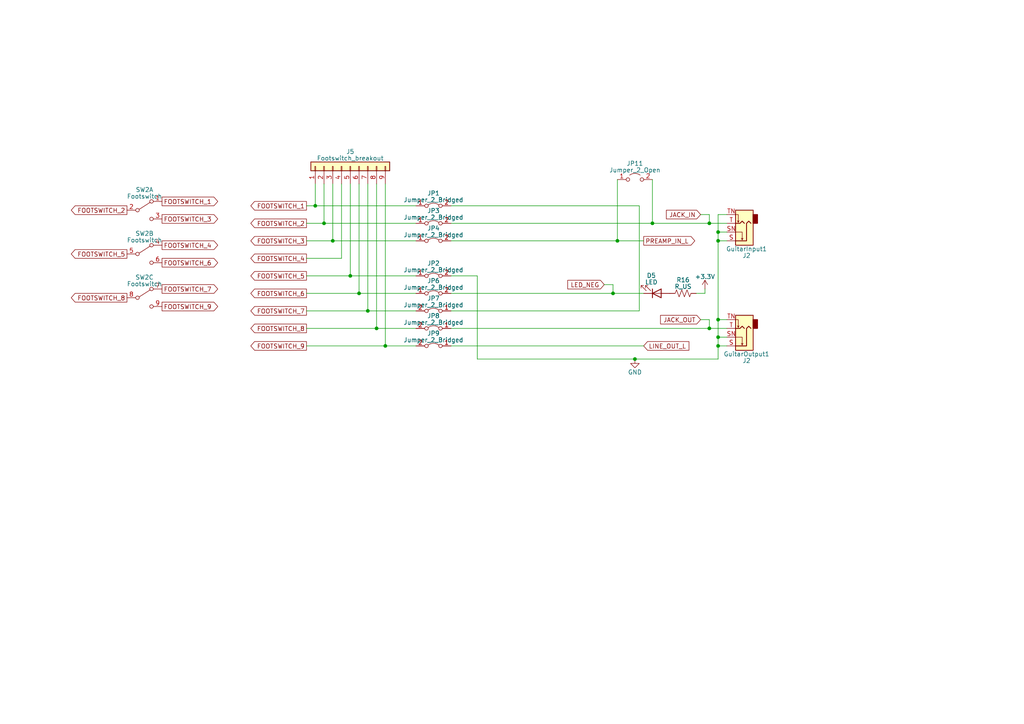
<source format=kicad_sch>
(kicad_sch (version 20230121) (generator eeschema)
  (paper "A4")
  (lib_symbols
    (symbol "Connector_Audio:NMJ4HCD2"
      (property "Reference" "J" (at 0 11.43 0))
      (property "Value" "NMJ4HCD2" (at 0 8.89 0))
      (symbol "NMJ4HCD2_0_1"
        (rectangle (start -2.54 0) (end -3.81 -2.54) (stroke (width 0.254)) (fill (type outline)))
        (rectangle (start 2.54 6.35) (end -2.54 -3.81) (stroke (width 0.254)) (fill (type background)))
      )
      (symbol "NMJ4HCD2_1_1"
        (polyline (pts (xy 0.635 4.826) (xy 0.889 4.318)))
        (polyline (pts (xy 1.778 -0.254) (xy 2.032 -0.762)))
        (polyline (pts (xy 0 0) (xy 0.635 -0.635) (xy 1.27 0) (xy 2.54 0)) (stroke (width 0.254)))
        (polyline (pts (xy 2.54 -2.54) (xy 1.778 -2.54) (xy 1.778 -0.254) (xy 1.524 -0.762)))
        (polyline (pts (xy 2.54 2.54) (xy 0.635 2.54) (xy 0.635 4.826) (xy 0.381 4.318)))
        (polyline (pts (xy 2.54 5.08) (xy -0.635 5.08) (xy -0.635 0) (xy -1.27 -0.635) (xy -1.905 0)) (stroke (width 0.254)))
        (pin passive line (at 5.08 5.08 180) (length 2.54) (name "~") (number "S"))
        (pin passive line (at 5.08 2.54 180) (length 2.54) (name "~") (number "SN"))
        (pin passive line (at 5.08 0 180) (length 2.54) (name "~") (number "T"))
        (pin passive line (at 5.08 -2.54 180) (length 2.54) (name "~") (number "TN"))
      )
    )
    (symbol "Connector_Generic:Conn_01x09" (pin_names (offset 1.016) hide)
      (property "Reference" "J" (at 0 12.7 0))
      (property "Value" "Conn_01x09" (at 0 -12.7 0))
      (symbol "Conn_01x09_1_1"
        (rectangle (start -1.27 -10.033) (end 0 -10.287) (stroke (width 0.1524)))
        (rectangle (start -1.27 -7.493) (end 0 -7.747) (stroke (width 0.1524)))
        (rectangle (start -1.27 -4.953) (end 0 -5.207) (stroke (width 0.1524)))
        (rectangle (start -1.27 -2.413) (end 0 -2.667) (stroke (width 0.1524)))
        (rectangle (start -1.27 0.127) (end 0 -0.127) (stroke (width 0.1524)))
        (rectangle (start -1.27 2.667) (end 0 2.413) (stroke (width 0.1524)))
        (rectangle (start -1.27 5.207) (end 0 4.953) (stroke (width 0.1524)))
        (rectangle (start -1.27 7.747) (end 0 7.493) (stroke (width 0.1524)))
        (rectangle (start -1.27 10.287) (end 0 10.033) (stroke (width 0.1524)))
        (rectangle (start -1.27 11.43) (end 1.27 -11.43) (stroke (width 0.254)) (fill (type background)))
        (pin passive line (at -5.08 10.16 0) (length 3.81) (name "Pin_1") (number "1"))
        (pin passive line (at -5.08 7.62 0) (length 3.81) (name "Pin_2") (number "2"))
        (pin passive line (at -5.08 5.08 0) (length 3.81) (name "Pin_3") (number "3"))
        (pin passive line (at -5.08 2.54 0) (length 3.81) (name "Pin_4") (number "4"))
        (pin passive line (at -5.08 0 0) (length 3.81) (name "Pin_5") (number "5"))
        (pin passive line (at -5.08 -2.54 0) (length 3.81) (name "Pin_6") (number "6"))
        (pin passive line (at -5.08 -5.08 0) (length 3.81) (name "Pin_7") (number "7"))
        (pin passive line (at -5.08 -7.62 0) (length 3.81) (name "Pin_8") (number "8"))
        (pin passive line (at -5.08 -10.16 0) (length 3.81) (name "Pin_9") (number "9"))
      )
    )
    (symbol "Device:LED" (pin_numbers hide) (pin_names (offset 1.016) hide)
      (property "Reference" "D" (at 0 2.54 0))
      (property "Value" "LED" (at 0 -2.54 0))
      (symbol "LED_0_1"
        (polyline (pts (xy -1.27 -1.27) (xy -1.27 1.27)) (stroke (width 0.254)))
        (polyline (pts (xy -1.27 0) (xy 1.27 0)))
        (polyline (pts (xy 1.27 -1.27) (xy 1.27 1.27) (xy -1.27 0) (xy 1.27 -1.27)) (stroke (width 0.254)))
        (polyline (pts (xy -3.048 -0.762) (xy -4.572 -2.286) (xy -3.81 -2.286) (xy -4.572 -2.286) (xy -4.572 -1.524)))
        (polyline (pts (xy -1.778 -0.762) (xy -3.302 -2.286) (xy -2.54 -2.286) (xy -3.302 -2.286) (xy -3.302 -1.524)))
      )
      (symbol "LED_1_1"
        (pin passive line (at -3.81 0 0) (length 2.54) (name "K") (number "1"))
        (pin passive line (at 3.81 0 180) (length 2.54) (name "A") (number "2"))
      )
    )
    (symbol "Device:R_US" (pin_numbers hide) (pin_names (offset 0))
      (property "Reference" "R" (at 2.54 0 90))
      (property "Value" "R_US" (at -2.54 0 90))
      (symbol "R_US_0_1"
        (polyline (pts (xy 0 -2.286) (xy 0 -2.54)))
        (polyline (pts (xy 0 2.286) (xy 0 2.54)))
        (polyline (pts (xy 0 -0.762) (xy 1.016 -1.143) (xy 0 -1.524) (xy -1.016 -1.905) (xy 0 -2.286)))
        (polyline (pts (xy 0 0.762) (xy 1.016 0.381) (xy 0 0) (xy -1.016 -0.381) (xy 0 -0.762)))
        (polyline (pts (xy 0 2.286) (xy 1.016 1.905) (xy 0 1.524) (xy -1.016 1.143) (xy 0 0.762)))
      )
      (symbol "R_US_1_1"
        (pin passive line (at 0 3.81 270) (length 1.27) (name "~") (number "1"))
        (pin passive line (at 0 -3.81 90) (length 1.27) (name "~") (number "2"))
      )
    )
    (symbol "Jumper:Jumper_2_Bridged" (pin_names (offset 0) hide)
      (property "Reference" "JP" (at 0 1.905 0))
      (property "Value" "Jumper_2_Bridged" (at 0 -2.54 0))
      (symbol "Jumper_2_Bridged_0_0"
        (circle (center -2.032 0) (radius 0.508))
        (circle (center 2.032 0) (radius 0.508))
      )
      (symbol "Jumper_2_Bridged_0_1"
        (arc (start 1.524 0.254) (mid 0 0.762) (end -1.524 0.254))
      )
      (symbol "Jumper_2_Bridged_1_1"
        (pin passive line (at -5.08 0 0) (length 2.54) (name "A") (number "1"))
        (pin passive line (at 5.08 0 180) (length 2.54) (name "B") (number "2"))
      )
    )
    (symbol "Jumper:Jumper_2_Open" (pin_names (offset 0) hide)
      (property "Reference" "JP" (at 0 2.794 0))
      (property "Value" "Jumper_2_Open" (at 0 -2.286 0))
      (symbol "Jumper_2_Open_0_0"
        (circle (center -2.032 0) (radius 0.508))
        (circle (center 2.032 0) (radius 0.508))
      )
      (symbol "Jumper_2_Open_0_1"
        (arc (start 1.524 1.27) (mid 0 1.778) (end -1.524 1.27))
      )
      (symbol "Jumper_2_Open_1_1"
        (pin passive line (at -5.08 0 0) (length 2.54) (name "A") (number "1"))
        (pin passive line (at 5.08 0 180) (length 2.54) (name "B") (number "2"))
      )
    )
    (symbol "SW_3PDT_1" (pin_names (offset 0) hide)
      (property "Reference" "SW" (at 0 4.318 0))
      (property "Value" "SW_3PDT" (at 0 -5.08 0))
      (symbol "SW_3PDT_1_0_0"
        (circle (center -2.032 0) (radius 0.508))
        (circle (center 2.032 -2.54) (radius 0.508))
      )
      (symbol "SW_3PDT_1_0_1"
        (polyline (pts (xy -1.524 0.254) (xy 1.651 2.286)))
        (circle (center 2.032 2.54) (radius 0.508))
      )
      (symbol "SW_3PDT_1_1_1"
        (pin passive line (at 5.08 2.54 180) (length 2.54) (name "A") (number "1"))
        (pin passive line (at -5.08 0 0) (length 2.54) (name "B") (number "2"))
        (pin passive line (at 5.08 -2.54 180) (length 2.54) (name "C") (number "3"))
      )
      (symbol "SW_3PDT_1_2_1"
        (pin passive line (at 5.08 2.54 180) (length 2.54) (name "A") (number "4"))
        (pin passive line (at -5.08 0 0) (length 2.54) (name "B") (number "5"))
        (pin passive line (at 5.08 -2.54 180) (length 2.54) (name "C") (number "6"))
      )
      (symbol "SW_3PDT_1_3_1"
        (pin passive line (at 5.08 2.54 180) (length 2.54) (name "A") (number "7"))
        (pin passive line (at -5.08 0 0) (length 2.54) (name "B") (number "8"))
        (pin passive line (at 5.08 -2.54 180) (length 2.54) (name "C") (number "9"))
      )
    )
    (symbol "SW_3PDT_2" (pin_names (offset 0) hide)
      (property "Reference" "SW" (at 0 4.318 0))
      (property "Value" "SW_3PDT" (at 0 -5.08 0))
      (symbol "SW_3PDT_2_0_0"
        (circle (center -2.032 0) (radius 0.508))
        (circle (center 2.032 -2.54) (radius 0.508))
      )
      (symbol "SW_3PDT_2_0_1"
        (polyline (pts (xy -1.524 0.254) (xy 1.651 2.286)))
        (circle (center 2.032 2.54) (radius 0.508))
      )
      (symbol "SW_3PDT_2_1_1"
        (pin passive line (at 5.08 2.54 180) (length 2.54) (name "A") (number "1"))
        (pin passive line (at -5.08 0 0) (length 2.54) (name "B") (number "2"))
        (pin passive line (at 5.08 -2.54 180) (length 2.54) (name "C") (number "3"))
      )
      (symbol "SW_3PDT_2_2_1"
        (pin passive line (at 5.08 2.54 180) (length 2.54) (name "A") (number "4"))
        (pin passive line (at -5.08 0 0) (length 2.54) (name "B") (number "5"))
        (pin passive line (at 5.08 -2.54 180) (length 2.54) (name "C") (number "6"))
      )
      (symbol "SW_3PDT_2_3_1"
        (pin passive line (at 5.08 2.54 180) (length 2.54) (name "A") (number "7"))
        (pin passive line (at -5.08 0 0) (length 2.54) (name "B") (number "8"))
        (pin passive line (at 5.08 -2.54 180) (length 2.54) (name "C") (number "9"))
      )
    )
    (symbol "power:+3.3V" (power) (pin_names (offset 0))
      (property "Value" "+3.3V" (at 0 3.556 0))
      (symbol "+3.3V_0_1"
        (polyline (pts (xy -0.762 1.27) (xy 0 2.54)))
        (polyline (pts (xy 0 0) (xy 0 2.54)))
        (polyline (pts (xy 0 2.54) (xy 0.762 1.27)))
      )
      (symbol "+3.3V_1_1"
        (pin power_in line (at 0 0 90) (length 0) hide (name "+3.3V") (number "1"))
      )
    )
    (symbol "power:GND" (power) (pin_names (offset 0))
      (property "Value" "GND" (at 0 -3.81 0))
      (symbol "GND_0_1"
        (polyline (pts (xy 0 0) (xy 0 -1.27) (xy 1.27 -1.27) (xy 0 -2.54) (xy -1.27 -1.27) (xy 0 -1.27)))
      )
      (symbol "GND_1_1"
        (pin power_in line (at 0 0 270) (length 0) hide (name "GND") (number "1"))
      )
    )
    (symbol "stomp:SW_3PDT" (pin_names (offset 0) hide)
      (property "Reference" "SW" (at 0 4.318 0))
      (property "Value" "SW_3PDT" (at 0 -5.08 0))
      (symbol "SW_3PDT_0_0"
        (circle (center -2.032 0) (radius 0.508))
        (circle (center 2.032 -2.54) (radius 0.508))
      )
      (symbol "SW_3PDT_0_1"
        (polyline (pts (xy -1.524 0.254) (xy 1.651 2.286)))
        (circle (center 2.032 2.54) (radius 0.508))
      )
      (symbol "SW_3PDT_1_1"
        (pin passive line (at 5.08 2.54 180) (length 2.54) (name "A") (number "1"))
        (pin passive line (at -5.08 0 0) (length 2.54) (name "B") (number "2"))
        (pin passive line (at 5.08 -2.54 180) (length 2.54) (name "C") (number "3"))
      )
      (symbol "SW_3PDT_2_1"
        (pin passive line (at 5.08 2.54 180) (length 2.54) (name "A") (number "4"))
        (pin passive line (at -5.08 0 0) (length 2.54) (name "B") (number "5"))
        (pin passive line (at 5.08 -2.54 180) (length 2.54) (name "C") (number "6"))
      )
      (symbol "SW_3PDT_3_1"
        (pin passive line (at 5.08 2.54 180) (length 2.54) (name "A") (number "7"))
        (pin passive line (at -5.08 0 0) (length 2.54) (name "B") (number "8"))
        (pin passive line (at 5.08 -2.54 180) (length 2.54) (name "C") (number "9"))
      )
    )
  )
  (junction (at 189.23 64.77))
  (junction (at 205.74 64.77))
  (junction (at 179.07 69.85))
  (junction (at 93.98 64.77))
  (junction (at 91.44 59.69))
  (junction (at 96.52 69.85))
  (junction (at 208.28 92.71))
  (junction (at 208.28 67.31))
  (junction (at 106.68 90.17))
  (junction (at 177.8 85.09))
  (junction (at 208.28 69.85))
  (junction (at 111.76 100.33))
  (junction (at 101.6 80.01))
  (junction (at 184.15 104.14))
  (junction (at 205.74 95.25))
  (junction (at 104.14 85.09))
  (junction (at 208.28 100.33))
  (junction (at 109.22 95.25))
  (junction (at 208.28 97.79))
  (wire (pts (xy 203.2 62.23) (xy 205.74 62.23)))
  (wire (pts (xy 205.74 64.77) (xy 210.82 64.77)))
  (wire (pts (xy 130.81 100.33) (xy 186.69 100.33)))
  (wire (pts (xy 210.82 67.31) (xy 208.28 67.31)))
  (wire (pts (xy 205.74 95.25) (xy 210.82 95.25)))
  (wire (pts (xy 111.76 100.33) (xy 111.76 53.34)))
  (wire (pts (xy 138.43 80.01) (xy 138.43 104.14)))
  (wire (pts (xy 210.82 92.71) (xy 208.28 92.71)))
  (wire (pts (xy 208.28 92.71) (xy 208.28 97.79)))
  (wire (pts (xy 130.81 90.17) (xy 185.42 90.17)))
  (wire (pts (xy 201.93 85.09) (xy 204.47 85.09)))
  (wire (pts (xy 208.28 92.71) (xy 208.28 69.85)))
  (wire (pts (xy 88.9 100.33) (xy 111.76 100.33)))
  (wire (pts (xy 130.81 85.09) (xy 177.8 85.09)))
  (wire (pts (xy 91.44 59.69) (xy 120.65 59.69)))
  (wire (pts (xy 96.52 69.85) (xy 96.52 53.34)))
  (wire (pts (xy 208.28 62.23) (xy 208.28 67.31)))
  (wire (pts (xy 99.06 74.93) (xy 99.06 53.34)))
  (wire (pts (xy 130.81 95.25) (xy 205.74 95.25)))
  (wire (pts (xy 185.42 59.69) (xy 185.42 90.17)))
  (wire (pts (xy 88.9 74.93) (xy 99.06 74.93)))
  (wire (pts (xy 208.28 97.79) (xy 210.82 97.79)))
  (wire (pts (xy 106.68 90.17) (xy 120.65 90.17)))
  (wire (pts (xy 93.98 64.77) (xy 120.65 64.77)))
  (wire (pts (xy 175.26 82.55) (xy 177.8 82.55)))
  (wire (pts (xy 210.82 62.23) (xy 208.28 62.23)))
  (wire (pts (xy 130.81 64.77) (xy 189.23 64.77)))
  (wire (pts (xy 189.23 64.77) (xy 205.74 64.77)))
  (wire (pts (xy 208.28 100.33) (xy 210.82 100.33)))
  (wire (pts (xy 130.81 69.85) (xy 179.07 69.85)))
  (wire (pts (xy 88.9 85.09) (xy 104.14 85.09)))
  (wire (pts (xy 91.44 59.69) (xy 91.44 53.34)))
  (wire (pts (xy 106.68 90.17) (xy 106.68 53.34)))
  (wire (pts (xy 101.6 80.01) (xy 101.6 53.34)))
  (wire (pts (xy 111.76 100.33) (xy 120.65 100.33)))
  (wire (pts (xy 177.8 82.55) (xy 177.8 85.09)))
  (wire (pts (xy 138.43 80.01) (xy 130.81 80.01)))
  (wire (pts (xy 130.81 59.69) (xy 185.42 59.69)))
  (wire (pts (xy 88.9 59.69) (xy 91.44 59.69)))
  (wire (pts (xy 208.28 67.31) (xy 208.28 69.85)))
  (wire (pts (xy 104.14 85.09) (xy 104.14 53.34)))
  (wire (pts (xy 205.74 92.71) (xy 205.74 95.25)))
  (wire (pts (xy 177.8 85.09) (xy 186.69 85.09)))
  (wire (pts (xy 109.22 95.25) (xy 109.22 53.34)))
  (wire (pts (xy 179.07 69.85) (xy 186.69 69.85)))
  (wire (pts (xy 88.9 90.17) (xy 106.68 90.17)))
  (wire (pts (xy 104.14 85.09) (xy 120.65 85.09)))
  (wire (pts (xy 109.22 95.25) (xy 120.65 95.25)))
  (wire (pts (xy 184.15 104.14) (xy 138.43 104.14)))
  (wire (pts (xy 189.23 52.07) (xy 189.23 64.77)))
  (wire (pts (xy 204.47 85.09) (xy 204.47 83.82)))
  (wire (pts (xy 203.2 92.71) (xy 205.74 92.71)))
  (wire (pts (xy 88.9 95.25) (xy 109.22 95.25)))
  (wire (pts (xy 179.07 52.07) (xy 179.07 69.85)))
  (wire (pts (xy 101.6 80.01) (xy 120.65 80.01)))
  (wire (pts (xy 208.28 97.79) (xy 208.28 100.33)))
  (wire (pts (xy 93.98 64.77) (xy 93.98 53.34)))
  (wire (pts (xy 208.28 69.85) (xy 210.82 69.85)))
  (wire (pts (xy 88.9 64.77) (xy 93.98 64.77)))
  (wire (pts (xy 205.74 62.23) (xy 205.74 64.77)))
  (wire (pts (xy 96.52 69.85) (xy 120.65 69.85)))
  (wire (pts (xy 208.28 104.14) (xy 208.28 100.33)))
  (wire (pts (xy 88.9 69.85) (xy 96.52 69.85)))
  (wire (pts (xy 88.9 80.01) (xy 101.6 80.01)))
  (wire (pts (xy 184.15 104.14) (xy 208.28 104.14)))
  (global_label "FOOTSWITCH_9" (shape output) (at 46.99 88.9 0) (property "Intersheetrefs" "${INTERSHEET_REFS}" (effects hide)))
  (global_label "FOOTSWITCH_7" (shape output) (at 88.9 90.17 180) (property "Intersheetrefs" "${INTERSHEET_REFS}" (effects hide)))
  (global_label "FOOTSWITCH_5" (shape output) (at 88.9 80.01 180) (property "Intersheetrefs" "${INTERSHEET_REFS}" (effects hide)))
  (global_label "JACK_OUT" (shape input) (at 203.2 92.71 180) (property "Intersheetrefs" "${INTERSHEET_REFS}" (effects hide)))
  (global_label "PREAMP_IN_L" (shape output) (at 186.69 69.85 0) (property "Intersheetrefs" "${INTERSHEET_REFS}" (effects hide)))
  (global_label "LINE_OUT_L" (shape input) (at 186.69 100.33 0) (property "Intersheetrefs" "${INTERSHEET_REFS}" (effects hide)))
  (global_label "FOOTSWITCH_1" (shape output) (at 88.9 59.69 180) (property "Intersheetrefs" "${INTERSHEET_REFS}" (effects hide)))
  (global_label "LED_NEG" (shape input) (at 175.26 82.55 180) (property "Intersheetrefs" "${INTERSHEET_REFS}" (effects hide)))
  (global_label "FOOTSWITCH_9" (shape output) (at 88.9 100.33 180) (property "Intersheetrefs" "${INTERSHEET_REFS}" (effects hide)))
  (global_label "FOOTSWITCH_6" (shape output) (at 88.9 85.09 180) (property "Intersheetrefs" "${INTERSHEET_REFS}" (effects hide)))
  (global_label "FOOTSWITCH_2" (shape output) (at 88.9 64.77 180) (property "Intersheetrefs" "${INTERSHEET_REFS}" (effects hide)))
  (global_label "FOOTSWITCH_2" (shape output) (at 36.83 60.96 180) (property "Intersheetrefs" "${INTERSHEET_REFS}" (effects hide)))
  (global_label "FOOTSWITCH_4" (shape output) (at 88.9 74.93 180) (property "Intersheetrefs" "${INTERSHEET_REFS}" (effects hide)))
  (global_label "FOOTSWITCH_6" (shape output) (at 46.99 76.2 0) (property "Intersheetrefs" "${INTERSHEET_REFS}" (effects hide)))
  (global_label "FOOTSWITCH_7" (shape output) (at 46.99 83.82 0) (property "Intersheetrefs" "${INTERSHEET_REFS}" (effects hide)))
  (global_label "FOOTSWITCH_3" (shape output) (at 46.99 63.5 0) (property "Intersheetrefs" "${INTERSHEET_REFS}" (effects hide)))
  (global_label "FOOTSWITCH_4" (shape output) (at 46.99 71.12 0) (property "Intersheetrefs" "${INTERSHEET_REFS}" (effects hide)))
  (global_label "FOOTSWITCH_1" (shape output) (at 46.99 58.42 0) (property "Intersheetrefs" "${INTERSHEET_REFS}" (effects hide)))
  (global_label "FOOTSWITCH_8" (shape output) (at 88.9 95.25 180) (property "Intersheetrefs" "${INTERSHEET_REFS}" (effects hide)))
  (global_label "FOOTSWITCH_8" (shape output) (at 36.83 86.36 180) (property "Intersheetrefs" "${INTERSHEET_REFS}" (effects hide)))
  (global_label "JACK_IN" (shape input) (at 203.2 62.23 180) (property "Intersheetrefs" "${INTERSHEET_REFS}" (effects hide)))
  (global_label "FOOTSWITCH_5" (shape output) (at 36.83 73.66 180) (property "Intersheetrefs" "${INTERSHEET_REFS}" (effects hide)))
  (global_label "FOOTSWITCH_3" (shape output) (at 88.9 69.85 180) (property "Intersheetrefs" "${INTERSHEET_REFS}" (effects hide)))
  (symbol (lib_id "Connector_Audio:NMJ4HCD2") (at 215.9 64.77 180) (unit 1)
    (property "Reference" "J2" (at 216.535 74.1299 0))
    (property "Value" "GuitarInput1" (at 216.535 72.2089 0))
    (property "Footprint" "stomp:Jack_6.35mm_Neutrik_NMJ4HCD2_Horizontal" (effects hide))
    (property "Datasheet" "https://www.neutrik.com/en/product/nmj4hcd2" (effects hide))
    (instances (project "stomp_00" (path "" (reference "J2") (unit 1)) (path "" (reference "J2") (unit 1)) (path "" (reference "J14") (unit 1))))
  )
  (symbol (lib_id "Device:LED") (at 190.5 85.09 0) (mirror x) (unit 1)
    (property "Reference" "D5" (at 188.9125 79.9211 0))
    (property "Value" "LED" (at 188.9125 81.8421 0))
    (property "Footprint" "LED_THT:LED_D5.0mm" (effects hide))
  )
  (symbol (lib_id "Jumper:Jumper_2_Bridged") (at 125.73 85.09 0) (unit 1)
    (property "Reference" "JP6" (at 125.73 81.4451 0))
    (property "Value" "Jumper_2_Bridged" (at 125.73 83.3661 0))
    (property "Footprint" "Jumper:SolderJumper-2_P1.3mm_Bridged2Bar_RoundedPad1.0x1.5mm" (effects hide))
    (instances (project "stomp_00" (path "" (reference "JP6") (unit 1)) (path "" (reference "JP7") (unit 1))))
  )
  (symbol (lib_id "Jumper:Jumper_2_Bridged") (at 125.73 59.69 0) (unit 1)
    (property "Reference" "JP1" (at 125.73 56.0451 0))
    (property "Value" "Jumper_2_Bridged" (at 125.73 57.9661 0))
    (property "Footprint" "Jumper:SolderJumper-2_P1.3mm_Bridged2Bar_RoundedPad1.0x1.5mm" (effects hide))
    (instances (project "stomp_00" (path "" (reference "JP1") (unit 1)) (path "" (reference "JP3") (unit 1))))
  )
  (symbol (lib_id "Jumper:Jumper_2_Bridged") (at 125.73 95.25 0) (mirror y) (unit 1)
    (property "Reference" "JP8" (at 125.73 91.6051 0))
    (property "Value" "Jumper_2_Bridged" (at 125.73 93.5261 0))
    (property "Footprint" "Jumper:SolderJumper-2_P1.3mm_Bridged2Bar_RoundedPad1.0x1.5mm" (effects hide))
    (instances (project "stomp_00" (path "" (reference "JP8") (unit 1)) (path "" (reference "JP9") (unit 1))))
  )
  (symbol (lib_name "SW_3PDT_1") (lib_id "stomp:SW_3PDT") (at 41.91 73.66 0) (unit 2)
    (property "Reference" "SW2" (at 41.91 67.7291 0))
    (property "Value" "Footswitch" (at 41.91 69.6501 0))
    (property "Footprint" "stomp:Footswitch_3PDT" (effects hide))
    (instances (project "stomp_00" (path "" (reference "SW2") (unit 2)) (path "" (reference "SW1") (unit 2))))
  )
  (symbol (lib_id "Device:R_US") (at 198.12 85.09 90) (unit 1)
    (property "Reference" "R16" (at 198.12 81.1911 90))
    (property "Value" "R_US" (at 198.12 83.1121 90))
    (property "Footprint" "Resistor_THT:R_Axial_DIN0207_L6.3mm_D2.5mm_P7.62mm_Horizontal" (effects hide))
    (instances (project "stomp_00" (path "" (reference "R16") (unit 1)) (path "" (reference "R25") (unit 1))))
  )
  (symbol (lib_id "stomp:SW_3PDT") (at 41.91 60.96 0) (unit 1)
    (property "Reference" "SW2" (at 41.91 55.0291 0))
    (property "Value" "Footswitch" (at 41.91 56.9501 0))
    (property "Footprint" "stomp:Footswitch_3PDT" (effects hide))
    (instances (project "stomp_00" (path "" (reference "SW2") (unit 1)) (path "" (reference "SW1") (unit 1))))
  )
  (symbol (lib_id "Jumper:Jumper_2_Bridged") (at 125.73 100.33 0) (mirror y) (unit 1)
    (property "Reference" "JP9" (at 125.73 96.6851 0))
    (property "Value" "Jumper_2_Bridged" (at 125.73 98.6061 0))
    (property "Footprint" "Jumper:SolderJumper-2_P1.3mm_Bridged2Bar_RoundedPad1.0x1.5mm" (effects hide))
    (instances (project "stomp_00" (path "" (reference "JP9") (unit 1)) (path "" (reference "JP10") (unit 1))))
  )
  (symbol (lib_id "Jumper:Jumper_2_Open") (at 184.15 52.07 0) (unit 1)
    (property "Reference" "JP11" (at 184.15 47.4091 0))
    (property "Value" "Jumper_2_Open" (at 184.15 49.3301 0))
    (property "Footprint" "Jumper:SolderJumper-2_P1.3mm_Open_RoundedPad1.0x1.5mm" (effects hide))
  )
  (symbol (lib_id "Connector_Generic:Conn_01x09") (at 101.6 48.26 90) (unit 1)
    (property "Reference" "J5" (at 101.6 43.9801 90))
    (property "Value" "Footswitch_breakout" (at 101.6 45.9011 90))
    (property "Footprint" "stomp:PinHeader_3x03_P2.54mm_Vertical_footswitch_breakout" (effects hide))
    (instances (project "stomp_00" (path "" (reference "J5") (unit 1)) (path "" (reference "J13") (unit 1))))
  )
  (symbol (lib_id "Connector_Audio:NMJ4HCD2") (at 215.9 95.25 180) (unit 1)
    (property "Reference" "J2" (at 216.535 104.6099 0))
    (property "Value" "GuitarOutput1" (at 216.535 102.6889 0))
    (property "Footprint" "stomp:Jack_6.35mm_Neutrik_NMJ4HCD2_Horizontal" (effects hide))
    (property "Datasheet" "https://www.neutrik.com/en/product/nmj4hcd2" (effects hide))
    (instances (project "stomp_00" (path "" (reference "J2") (unit 1)) (path "" (reference "J3") (unit 1)) (path "" (reference "J3") (unit 1)) (path "" (reference "J15") (unit 1))))
  )
  (symbol (lib_id "power:GND") (at 184.15 104.14 0) (unit 1)
    (property "Reference" "#PWR033" (effects hide))
    (property "Value" "GND" (at 184.15 107.95 0))
    (instances (project "stomp_00" (path "" (reference "#PWR033") (unit 1)) (path "" (reference "#PWR039") (unit 1))))
  )
  (symbol (lib_id "Jumper:Jumper_2_Bridged") (at 125.73 80.01 0) (unit 1)
    (property "Reference" "JP2" (at 125.73 76.3651 0))
    (property "Value" "Jumper_2_Bridged" (at 125.73 78.2861 0))
    (property "Footprint" "Jumper:SolderJumper-2_P1.3mm_Bridged2Bar_RoundedPad1.0x1.5mm" (effects hide))
    (instances (project "stomp_00" (path "" (reference "JP2") (unit 1)) (path "" (reference "JP6") (unit 1))))
  )
  (symbol (lib_name "SW_3PDT_2") (lib_id "stomp:SW_3PDT") (at 41.91 86.36 0) (unit 3)
    (property "Reference" "SW2" (at 41.91 80.4291 0))
    (property "Value" "Footswitch" (at 41.91 82.3501 0))
    (property "Footprint" "stomp:Footswitch_3PDT" (effects hide))
    (instances (project "stomp_00" (path "" (reference "SW2") (unit 3)) (path "" (reference "SW1") (unit 3))))
  )
  (symbol (lib_id "power:+3.3V") (at 204.47 83.82 0) (unit 1)
    (property "Reference" "#PWR?" (effects hide))
    (property "Value" "+3.3V" (at 204.47 80.264 0))
    (instances (project "stomp_00" (path "" (reference "#PWR?") (unit 1)) (path "" (reference "#PWR08") (unit 1)) (path "" (reference "#PWR040") (unit 1))))
  )
  (symbol (lib_id "Jumper:Jumper_2_Bridged") (at 125.73 64.77 0) (unit 1)
    (property "Reference" "JP3" (at 125.73 61.1251 0))
    (property "Value" "Jumper_2_Bridged" (at 125.73 63.0461 0))
    (property "Footprint" "Jumper:SolderJumper-2_P1.3mm_Bridged2Bar_RoundedPad1.0x1.5mm" (effects hide))
    (instances (project "stomp_00" (path "" (reference "JP3") (unit 1)) (path "" (reference "JP4") (unit 1))))
  )
  (symbol (lib_id "Jumper:Jumper_2_Bridged") (at 125.73 69.85 0) (unit 1)
    (property "Reference" "JP4" (at 125.73 66.2051 0))
    (property "Value" "Jumper_2_Bridged" (at 125.73 68.1261 0))
    (property "Footprint" "Jumper:SolderJumper-2_P1.3mm_Bridged2Bar_RoundedPad1.0x1.5mm" (effects hide))
    (instances (project "stomp_00" (path "" (reference "JP4") (unit 1)) (path "" (reference "JP5") (unit 1))))
  )
  (symbol (lib_id "Jumper:Jumper_2_Bridged") (at 125.73 90.17 0) (mirror y) (unit 1)
    (property "Reference" "JP7" (at 125.73 86.5251 0))
    (property "Value" "Jumper_2_Bridged" (at 125.73 88.4461 0))
    (property "Footprint" "Jumper:SolderJumper-2_P1.3mm_Bridged2Bar_RoundedPad1.0x1.5mm" (effects hide))
    (instances (project "stomp_00" (path "" (reference "JP7") (unit 1)) (path "" (reference "JP8") (unit 1))))
  )
)
</source>
